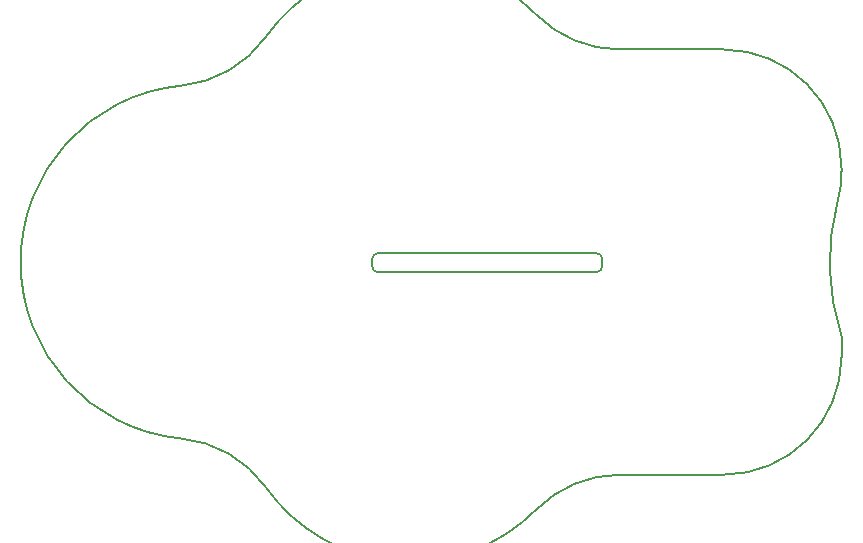
<source format=gbr>
%TF.GenerationSoftware,KiCad,Pcbnew,(6.0.6)*%
%TF.CreationDate,2022-07-28T22:42:36-07:00*%
%TF.ProjectId,right_thumb_routed,72696768-745f-4746-9875-6d625f726f75,v1.0.0*%
%TF.SameCoordinates,Original*%
%TF.FileFunction,Profile,NP*%
%FSLAX46Y46*%
G04 Gerber Fmt 4.6, Leading zero omitted, Abs format (unit mm)*
G04 Created by KiCad (PCBNEW (6.0.6)) date 2022-07-28 22:42:36*
%MOMM*%
%LPD*%
G01*
G04 APERTURE LIST*
%TA.AperFunction,Profile*%
%ADD10C,0.150000*%
%TD*%
G04 APERTURE END LIST*
D10*
X102000000Y-44100000D02*
G75*
G03*
X92000000Y-34100000I-10000000J0D01*
G01*
X76148421Y-31143078D02*
G75*
G03*
X53278710Y-33010565I-10648421J-10564622D01*
G01*
X46078710Y-37167487D02*
G75*
G03*
X46078710Y-67032513I1421290J-14932513D01*
G01*
X92000000Y-70100000D02*
G75*
G03*
X102000000Y-60100000I0J10000000D01*
G01*
X46078710Y-37167484D02*
G75*
G03*
X53278710Y-33010565I-947510J9954984D01*
G01*
X83247368Y-70099977D02*
G75*
G03*
X76148421Y-73056922I32J-10000023D01*
G01*
X102000000Y-44418854D02*
X102000000Y-44100000D01*
X92000000Y-34100000D02*
X83247368Y-34100000D01*
X76148437Y-31143062D02*
G75*
G03*
X83247368Y-34100000I7098963J7043062D01*
G01*
X53278709Y-71189436D02*
G75*
G03*
X76148421Y-73056922I12221291J8697136D01*
G01*
X83247368Y-70100000D02*
X92000000Y-70100000D01*
X102000000Y-60100000D02*
X102000000Y-58344998D01*
X101666667Y-46979236D02*
G75*
G03*
X102000000Y-58344998I19333333J-5120764D01*
G01*
X101666678Y-46979239D02*
G75*
G03*
X102000000Y-44418854I-9666678J2560339D01*
G01*
X53278713Y-71189433D02*
G75*
G03*
X46078710Y-67032513I-8147513J-5798067D01*
G01*
%TO.C,J6*%
X81250000Y-51350000D02*
X62750000Y-51350000D01*
X62750000Y-52950000D02*
X81250000Y-52950000D01*
X81750000Y-52450000D02*
X81750000Y-51850000D01*
X62250000Y-51850000D02*
X62250000Y-52450000D01*
X62250000Y-52450000D02*
G75*
G03*
X62750000Y-52950000I500001J1D01*
G01*
X81250000Y-52950000D02*
G75*
G03*
X81750000Y-52450000I-1J500001D01*
G01*
X62750000Y-51350000D02*
G75*
G03*
X62250000Y-51850000I0J-500000D01*
G01*
X81750000Y-51850000D02*
G75*
G03*
X81250000Y-51350000I-500000J0D01*
G01*
%TD*%
M02*

</source>
